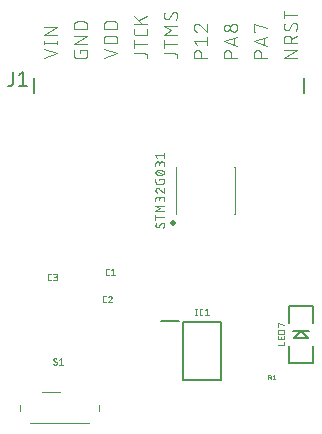
<source format=gbr>
G04 EAGLE Gerber RS-274X export*
G75*
%MOMM*%
%FSLAX34Y34*%
%LPD*%
%INSilkscreen Top*%
%IPPOS*%
%AMOC8*
5,1,8,0,0,1.08239X$1,22.5*%
G01*
%ADD10C,0.076200*%
%ADD11C,0.101600*%
%ADD12C,0.050800*%
%ADD13C,0.200000*%
%ADD14C,0.203200*%
%ADD15C,0.025400*%
%ADD16C,0.100000*%
%ADD17C,0.500000*%
%ADD18C,0.120000*%
%ADD19C,0.127000*%


D10*
X140589Y176826D02*
X140587Y176904D01*
X140582Y176982D01*
X140572Y177059D01*
X140559Y177136D01*
X140543Y177212D01*
X140523Y177287D01*
X140499Y177361D01*
X140472Y177434D01*
X140441Y177506D01*
X140407Y177576D01*
X140370Y177645D01*
X140329Y177711D01*
X140285Y177776D01*
X140239Y177838D01*
X140189Y177898D01*
X140137Y177956D01*
X140082Y178011D01*
X140024Y178063D01*
X139964Y178113D01*
X139902Y178159D01*
X139837Y178203D01*
X139771Y178244D01*
X139702Y178281D01*
X139632Y178315D01*
X139560Y178346D01*
X139487Y178373D01*
X139413Y178397D01*
X139338Y178417D01*
X139262Y178433D01*
X139185Y178446D01*
X139108Y178456D01*
X139030Y178461D01*
X138952Y178463D01*
X140589Y176826D02*
X140587Y176712D01*
X140582Y176599D01*
X140572Y176485D01*
X140559Y176372D01*
X140542Y176260D01*
X140522Y176148D01*
X140498Y176037D01*
X140470Y175926D01*
X140439Y175817D01*
X140404Y175709D01*
X140365Y175602D01*
X140323Y175496D01*
X140278Y175392D01*
X140229Y175289D01*
X140176Y175188D01*
X140121Y175089D01*
X140062Y174991D01*
X140000Y174896D01*
X139935Y174803D01*
X139867Y174711D01*
X139796Y174623D01*
X139722Y174536D01*
X139645Y174452D01*
X139566Y174371D01*
X134860Y174576D02*
X134782Y174578D01*
X134704Y174583D01*
X134627Y174593D01*
X134550Y174606D01*
X134474Y174622D01*
X134399Y174642D01*
X134325Y174666D01*
X134252Y174693D01*
X134180Y174724D01*
X134110Y174758D01*
X134042Y174795D01*
X133975Y174836D01*
X133910Y174880D01*
X133848Y174926D01*
X133788Y174976D01*
X133730Y175028D01*
X133675Y175083D01*
X133623Y175141D01*
X133573Y175201D01*
X133527Y175263D01*
X133483Y175328D01*
X133442Y175395D01*
X133405Y175463D01*
X133371Y175533D01*
X133340Y175605D01*
X133313Y175678D01*
X133289Y175752D01*
X133269Y175827D01*
X133253Y175903D01*
X133240Y175980D01*
X133230Y176057D01*
X133225Y176135D01*
X133223Y176213D01*
X133225Y176323D01*
X133231Y176432D01*
X133241Y176542D01*
X133254Y176650D01*
X133272Y176759D01*
X133293Y176866D01*
X133319Y176973D01*
X133348Y177079D01*
X133380Y177184D01*
X133417Y177287D01*
X133457Y177389D01*
X133501Y177490D01*
X133549Y177589D01*
X133599Y177686D01*
X133654Y177781D01*
X133712Y177874D01*
X133773Y177965D01*
X133837Y178054D01*
X136292Y175394D02*
X136250Y175328D01*
X136206Y175263D01*
X136158Y175201D01*
X136108Y175141D01*
X136055Y175083D01*
X135999Y175028D01*
X135941Y174975D01*
X135880Y174926D01*
X135817Y174879D01*
X135752Y174835D01*
X135685Y174795D01*
X135616Y174758D01*
X135545Y174724D01*
X135473Y174693D01*
X135399Y174666D01*
X135324Y174642D01*
X135249Y174622D01*
X135172Y174606D01*
X135095Y174593D01*
X135017Y174583D01*
X134938Y174578D01*
X134860Y174576D01*
X137519Y177645D02*
X137561Y177712D01*
X137605Y177777D01*
X137653Y177839D01*
X137703Y177899D01*
X137756Y177957D01*
X137812Y178012D01*
X137871Y178064D01*
X137931Y178114D01*
X137995Y178161D01*
X138060Y178204D01*
X138127Y178245D01*
X138196Y178282D01*
X138267Y178316D01*
X138339Y178347D01*
X138413Y178374D01*
X138487Y178398D01*
X138563Y178418D01*
X138640Y178434D01*
X138717Y178447D01*
X138795Y178457D01*
X138874Y178462D01*
X138952Y178464D01*
X137520Y177645D02*
X136292Y175394D01*
X133223Y183001D02*
X140589Y183001D01*
X133223Y180955D02*
X133223Y185047D01*
X133223Y188105D02*
X140589Y188105D01*
X137315Y190560D02*
X133223Y188105D01*
X137315Y190560D02*
X133223Y193015D01*
X140589Y193015D01*
X140589Y196560D02*
X140589Y198607D01*
X140587Y198696D01*
X140581Y198785D01*
X140571Y198874D01*
X140558Y198962D01*
X140541Y199050D01*
X140519Y199137D01*
X140494Y199222D01*
X140466Y199307D01*
X140433Y199390D01*
X140397Y199472D01*
X140358Y199552D01*
X140315Y199630D01*
X140269Y199706D01*
X140219Y199781D01*
X140166Y199853D01*
X140110Y199922D01*
X140051Y199989D01*
X139990Y200054D01*
X139925Y200115D01*
X139858Y200174D01*
X139789Y200230D01*
X139717Y200283D01*
X139642Y200333D01*
X139566Y200379D01*
X139488Y200422D01*
X139408Y200461D01*
X139326Y200497D01*
X139243Y200530D01*
X139158Y200558D01*
X139073Y200583D01*
X138986Y200605D01*
X138898Y200622D01*
X138810Y200635D01*
X138721Y200645D01*
X138632Y200651D01*
X138543Y200653D01*
X138454Y200651D01*
X138365Y200645D01*
X138276Y200635D01*
X138188Y200622D01*
X138100Y200605D01*
X138013Y200583D01*
X137928Y200558D01*
X137843Y200530D01*
X137760Y200497D01*
X137678Y200461D01*
X137598Y200422D01*
X137520Y200379D01*
X137444Y200333D01*
X137369Y200283D01*
X137297Y200230D01*
X137228Y200174D01*
X137161Y200115D01*
X137096Y200054D01*
X137035Y199989D01*
X136976Y199922D01*
X136920Y199853D01*
X136867Y199781D01*
X136817Y199706D01*
X136771Y199630D01*
X136728Y199552D01*
X136689Y199472D01*
X136653Y199390D01*
X136620Y199307D01*
X136592Y199222D01*
X136567Y199137D01*
X136545Y199050D01*
X136528Y198962D01*
X136515Y198874D01*
X136505Y198785D01*
X136499Y198696D01*
X136497Y198607D01*
X133223Y199016D02*
X133223Y196560D01*
X133223Y199016D02*
X133225Y199095D01*
X133231Y199174D01*
X133240Y199253D01*
X133253Y199331D01*
X133271Y199408D01*
X133291Y199484D01*
X133316Y199559D01*
X133344Y199633D01*
X133375Y199706D01*
X133411Y199777D01*
X133449Y199846D01*
X133491Y199913D01*
X133536Y199978D01*
X133584Y200041D01*
X133635Y200102D01*
X133689Y200159D01*
X133745Y200215D01*
X133804Y200267D01*
X133866Y200317D01*
X133930Y200363D01*
X133996Y200407D01*
X134064Y200447D01*
X134134Y200483D01*
X134206Y200517D01*
X134280Y200547D01*
X134354Y200573D01*
X134430Y200596D01*
X134507Y200614D01*
X134584Y200630D01*
X134663Y200641D01*
X134741Y200649D01*
X134820Y200653D01*
X134900Y200653D01*
X134979Y200649D01*
X135057Y200641D01*
X135136Y200630D01*
X135213Y200614D01*
X135290Y200596D01*
X135366Y200573D01*
X135440Y200547D01*
X135514Y200517D01*
X135586Y200483D01*
X135656Y200447D01*
X135724Y200407D01*
X135790Y200363D01*
X135854Y200317D01*
X135916Y200267D01*
X135975Y200215D01*
X136031Y200159D01*
X136085Y200102D01*
X136136Y200041D01*
X136184Y199978D01*
X136229Y199913D01*
X136271Y199846D01*
X136309Y199777D01*
X136345Y199706D01*
X136376Y199633D01*
X136404Y199559D01*
X136429Y199484D01*
X136449Y199408D01*
X136467Y199331D01*
X136480Y199253D01*
X136489Y199174D01*
X136495Y199095D01*
X136497Y199016D01*
X136497Y197379D01*
X133223Y206126D02*
X133225Y206211D01*
X133231Y206296D01*
X133241Y206380D01*
X133254Y206464D01*
X133272Y206548D01*
X133293Y206630D01*
X133318Y206711D01*
X133347Y206791D01*
X133380Y206870D01*
X133416Y206947D01*
X133456Y207022D01*
X133499Y207096D01*
X133545Y207167D01*
X133595Y207236D01*
X133648Y207303D01*
X133704Y207367D01*
X133763Y207428D01*
X133824Y207487D01*
X133888Y207543D01*
X133955Y207596D01*
X134024Y207646D01*
X134095Y207692D01*
X134169Y207735D01*
X134244Y207775D01*
X134321Y207811D01*
X134400Y207844D01*
X134480Y207873D01*
X134561Y207898D01*
X134643Y207919D01*
X134727Y207937D01*
X134811Y207950D01*
X134895Y207960D01*
X134980Y207966D01*
X135065Y207968D01*
X133223Y206126D02*
X133225Y206030D01*
X133231Y205934D01*
X133241Y205839D01*
X133254Y205744D01*
X133272Y205649D01*
X133293Y205556D01*
X133318Y205463D01*
X133347Y205372D01*
X133379Y205281D01*
X133415Y205192D01*
X133455Y205105D01*
X133498Y205019D01*
X133544Y204935D01*
X133594Y204853D01*
X133648Y204773D01*
X133704Y204696D01*
X133764Y204621D01*
X133826Y204548D01*
X133892Y204478D01*
X133960Y204410D01*
X134031Y204345D01*
X134104Y204284D01*
X134180Y204225D01*
X134259Y204169D01*
X134339Y204117D01*
X134422Y204068D01*
X134506Y204022D01*
X134592Y203980D01*
X134680Y203942D01*
X134769Y203907D01*
X134860Y203875D01*
X136497Y207354D02*
X136438Y207414D01*
X136376Y207471D01*
X136312Y207526D01*
X136245Y207577D01*
X136176Y207626D01*
X136106Y207672D01*
X136033Y207715D01*
X135959Y207755D01*
X135883Y207791D01*
X135805Y207824D01*
X135726Y207854D01*
X135646Y207881D01*
X135565Y207904D01*
X135483Y207923D01*
X135401Y207939D01*
X135317Y207952D01*
X135233Y207961D01*
X135149Y207966D01*
X135065Y207968D01*
X136497Y207354D02*
X140589Y203876D01*
X140589Y207968D01*
X136497Y214299D02*
X136497Y215527D01*
X140589Y215527D01*
X140589Y213072D01*
X140587Y212994D01*
X140582Y212916D01*
X140572Y212839D01*
X140559Y212762D01*
X140543Y212686D01*
X140523Y212611D01*
X140499Y212537D01*
X140472Y212464D01*
X140441Y212392D01*
X140407Y212322D01*
X140370Y212254D01*
X140329Y212187D01*
X140285Y212122D01*
X140239Y212060D01*
X140189Y212000D01*
X140137Y211942D01*
X140082Y211887D01*
X140024Y211835D01*
X139964Y211785D01*
X139902Y211739D01*
X139837Y211695D01*
X139771Y211654D01*
X139702Y211617D01*
X139632Y211583D01*
X139560Y211552D01*
X139487Y211525D01*
X139413Y211501D01*
X139338Y211481D01*
X139262Y211465D01*
X139185Y211452D01*
X139108Y211442D01*
X139030Y211437D01*
X138952Y211435D01*
X134860Y211435D01*
X134780Y211437D01*
X134700Y211443D01*
X134620Y211453D01*
X134541Y211466D01*
X134462Y211484D01*
X134385Y211505D01*
X134309Y211531D01*
X134234Y211560D01*
X134160Y211592D01*
X134088Y211628D01*
X134018Y211668D01*
X133951Y211711D01*
X133885Y211757D01*
X133822Y211807D01*
X133761Y211859D01*
X133702Y211914D01*
X133647Y211973D01*
X133595Y212033D01*
X133545Y212097D01*
X133499Y212162D01*
X133456Y212230D01*
X133416Y212300D01*
X133380Y212372D01*
X133348Y212446D01*
X133319Y212520D01*
X133294Y212597D01*
X133272Y212674D01*
X133254Y212753D01*
X133241Y212832D01*
X133231Y212911D01*
X133225Y212992D01*
X133223Y213072D01*
X133223Y215527D01*
X134246Y219608D02*
X134385Y219542D01*
X134524Y219481D01*
X134666Y219422D01*
X134809Y219368D01*
X134953Y219317D01*
X135098Y219269D01*
X135245Y219226D01*
X135393Y219186D01*
X135541Y219149D01*
X135691Y219117D01*
X135841Y219088D01*
X135992Y219063D01*
X136143Y219042D01*
X136295Y219025D01*
X136448Y219011D01*
X136600Y219002D01*
X136753Y218996D01*
X136906Y218994D01*
X134246Y219608D02*
X134176Y219634D01*
X134106Y219664D01*
X134039Y219697D01*
X133973Y219733D01*
X133909Y219772D01*
X133847Y219815D01*
X133788Y219861D01*
X133730Y219909D01*
X133676Y219960D01*
X133623Y220014D01*
X133574Y220071D01*
X133527Y220130D01*
X133484Y220191D01*
X133443Y220254D01*
X133406Y220319D01*
X133371Y220386D01*
X133341Y220455D01*
X133313Y220525D01*
X133290Y220596D01*
X133269Y220668D01*
X133253Y220741D01*
X133240Y220815D01*
X133230Y220890D01*
X133225Y220965D01*
X133223Y221040D01*
X133225Y221115D01*
X133230Y221190D01*
X133240Y221265D01*
X133253Y221339D01*
X133269Y221412D01*
X133290Y221484D01*
X133313Y221555D01*
X133341Y221625D01*
X133371Y221694D01*
X133406Y221761D01*
X133443Y221826D01*
X133484Y221889D01*
X133527Y221950D01*
X133574Y222009D01*
X133623Y222066D01*
X133676Y222120D01*
X133730Y222171D01*
X133788Y222220D01*
X133847Y222265D01*
X133909Y222308D01*
X133973Y222347D01*
X134039Y222384D01*
X134107Y222416D01*
X134176Y222446D01*
X134246Y222472D01*
X134384Y222537D01*
X134524Y222599D01*
X134666Y222657D01*
X134809Y222712D01*
X134953Y222763D01*
X135098Y222811D01*
X135245Y222854D01*
X135392Y222894D01*
X135541Y222931D01*
X135691Y222963D01*
X135841Y222992D01*
X135992Y223017D01*
X136143Y223038D01*
X136295Y223055D01*
X136448Y223069D01*
X136600Y223078D01*
X136753Y223084D01*
X136906Y223086D01*
X136906Y218994D02*
X137059Y218996D01*
X137212Y219002D01*
X137364Y219011D01*
X137517Y219025D01*
X137669Y219042D01*
X137820Y219063D01*
X137971Y219088D01*
X138121Y219117D01*
X138271Y219149D01*
X138419Y219186D01*
X138567Y219226D01*
X138714Y219269D01*
X138859Y219317D01*
X139003Y219368D01*
X139146Y219422D01*
X139288Y219481D01*
X139427Y219542D01*
X139566Y219608D01*
X139637Y219634D01*
X139706Y219664D01*
X139773Y219697D01*
X139839Y219733D01*
X139903Y219772D01*
X139965Y219815D01*
X140024Y219861D01*
X140082Y219909D01*
X140136Y219960D01*
X140189Y220014D01*
X140238Y220071D01*
X140285Y220130D01*
X140328Y220191D01*
X140369Y220254D01*
X140406Y220319D01*
X140441Y220386D01*
X140471Y220455D01*
X140499Y220525D01*
X140522Y220596D01*
X140543Y220668D01*
X140559Y220741D01*
X140572Y220815D01*
X140582Y220890D01*
X140587Y220965D01*
X140589Y221040D01*
X139566Y222472D02*
X139428Y222537D01*
X139288Y222599D01*
X139146Y222657D01*
X139003Y222712D01*
X138859Y222763D01*
X138714Y222811D01*
X138567Y222854D01*
X138420Y222894D01*
X138271Y222931D01*
X138121Y222963D01*
X137971Y222992D01*
X137820Y223017D01*
X137669Y223038D01*
X137517Y223055D01*
X137364Y223069D01*
X137212Y223078D01*
X137059Y223084D01*
X136906Y223086D01*
X139566Y222472D02*
X139636Y222446D01*
X139706Y222416D01*
X139773Y222383D01*
X139839Y222347D01*
X139903Y222308D01*
X139965Y222265D01*
X140024Y222219D01*
X140082Y222171D01*
X140136Y222120D01*
X140189Y222066D01*
X140238Y222009D01*
X140285Y221950D01*
X140328Y221889D01*
X140369Y221826D01*
X140406Y221761D01*
X140441Y221694D01*
X140471Y221625D01*
X140499Y221555D01*
X140522Y221484D01*
X140543Y221412D01*
X140559Y221339D01*
X140572Y221265D01*
X140582Y221190D01*
X140587Y221115D01*
X140589Y221040D01*
X138952Y219403D02*
X134860Y222677D01*
X140589Y226309D02*
X140589Y228355D01*
X140587Y228444D01*
X140581Y228533D01*
X140571Y228622D01*
X140558Y228710D01*
X140541Y228798D01*
X140519Y228885D01*
X140494Y228970D01*
X140466Y229055D01*
X140433Y229138D01*
X140397Y229220D01*
X140358Y229300D01*
X140315Y229378D01*
X140269Y229454D01*
X140219Y229529D01*
X140166Y229601D01*
X140110Y229670D01*
X140051Y229737D01*
X139990Y229802D01*
X139925Y229863D01*
X139858Y229922D01*
X139789Y229978D01*
X139717Y230031D01*
X139642Y230081D01*
X139566Y230127D01*
X139488Y230170D01*
X139408Y230209D01*
X139326Y230245D01*
X139243Y230278D01*
X139158Y230306D01*
X139073Y230331D01*
X138986Y230353D01*
X138898Y230370D01*
X138810Y230383D01*
X138721Y230393D01*
X138632Y230399D01*
X138543Y230401D01*
X138454Y230399D01*
X138365Y230393D01*
X138276Y230383D01*
X138188Y230370D01*
X138100Y230353D01*
X138013Y230331D01*
X137928Y230306D01*
X137843Y230278D01*
X137760Y230245D01*
X137678Y230209D01*
X137598Y230170D01*
X137520Y230127D01*
X137444Y230081D01*
X137369Y230031D01*
X137297Y229978D01*
X137228Y229922D01*
X137161Y229863D01*
X137096Y229802D01*
X137035Y229737D01*
X136976Y229670D01*
X136920Y229601D01*
X136867Y229529D01*
X136817Y229454D01*
X136771Y229378D01*
X136728Y229300D01*
X136689Y229220D01*
X136653Y229138D01*
X136620Y229055D01*
X136592Y228970D01*
X136567Y228885D01*
X136545Y228798D01*
X136528Y228710D01*
X136515Y228622D01*
X136505Y228533D01*
X136499Y228444D01*
X136497Y228355D01*
X133223Y228764D02*
X133223Y226309D01*
X133223Y228764D02*
X133225Y228843D01*
X133231Y228922D01*
X133240Y229001D01*
X133253Y229079D01*
X133271Y229156D01*
X133291Y229232D01*
X133316Y229307D01*
X133344Y229381D01*
X133375Y229454D01*
X133411Y229525D01*
X133449Y229594D01*
X133491Y229661D01*
X133536Y229726D01*
X133584Y229789D01*
X133635Y229850D01*
X133689Y229907D01*
X133745Y229963D01*
X133804Y230015D01*
X133866Y230065D01*
X133930Y230111D01*
X133996Y230155D01*
X134064Y230195D01*
X134134Y230231D01*
X134206Y230265D01*
X134280Y230295D01*
X134354Y230321D01*
X134430Y230344D01*
X134507Y230362D01*
X134584Y230378D01*
X134663Y230389D01*
X134741Y230397D01*
X134820Y230401D01*
X134900Y230401D01*
X134979Y230397D01*
X135057Y230389D01*
X135136Y230378D01*
X135213Y230362D01*
X135290Y230344D01*
X135366Y230321D01*
X135440Y230295D01*
X135514Y230265D01*
X135586Y230231D01*
X135656Y230195D01*
X135724Y230155D01*
X135790Y230111D01*
X135854Y230065D01*
X135916Y230015D01*
X135975Y229963D01*
X136031Y229907D01*
X136085Y229850D01*
X136136Y229789D01*
X136184Y229726D01*
X136229Y229661D01*
X136271Y229594D01*
X136309Y229525D01*
X136345Y229454D01*
X136376Y229381D01*
X136404Y229307D01*
X136429Y229232D01*
X136449Y229156D01*
X136467Y229079D01*
X136480Y229001D01*
X136489Y228922D01*
X136495Y228843D01*
X136497Y228764D01*
X136497Y227127D01*
X134860Y233624D02*
X133223Y235670D01*
X140589Y235670D01*
X140589Y233624D02*
X140589Y237716D01*
D11*
X50292Y321903D02*
X38608Y318008D01*
X38608Y325797D02*
X50292Y321903D01*
X50292Y331047D02*
X38608Y331047D01*
X50292Y329748D02*
X50292Y332345D01*
X38608Y332345D02*
X38608Y329748D01*
X38608Y337326D02*
X50292Y337326D01*
X50292Y343817D02*
X38608Y337326D01*
X38608Y343817D02*
X50292Y343817D01*
X69201Y324499D02*
X69201Y322552D01*
X69201Y324499D02*
X75692Y324499D01*
X75692Y320604D01*
X75690Y320505D01*
X75684Y320405D01*
X75675Y320306D01*
X75662Y320208D01*
X75645Y320110D01*
X75624Y320012D01*
X75599Y319916D01*
X75571Y319821D01*
X75539Y319727D01*
X75504Y319634D01*
X75465Y319542D01*
X75422Y319452D01*
X75377Y319364D01*
X75327Y319277D01*
X75275Y319193D01*
X75219Y319110D01*
X75161Y319030D01*
X75099Y318952D01*
X75034Y318877D01*
X74966Y318804D01*
X74896Y318734D01*
X74823Y318666D01*
X74748Y318601D01*
X74670Y318539D01*
X74590Y318481D01*
X74507Y318425D01*
X74423Y318373D01*
X74336Y318323D01*
X74248Y318278D01*
X74158Y318235D01*
X74066Y318196D01*
X73973Y318161D01*
X73879Y318129D01*
X73784Y318101D01*
X73688Y318076D01*
X73590Y318055D01*
X73492Y318038D01*
X73394Y318025D01*
X73295Y318016D01*
X73195Y318010D01*
X73096Y318008D01*
X66604Y318008D01*
X66505Y318010D01*
X66405Y318016D01*
X66306Y318025D01*
X66208Y318038D01*
X66110Y318056D01*
X66012Y318076D01*
X65916Y318101D01*
X65820Y318129D01*
X65726Y318161D01*
X65633Y318196D01*
X65542Y318235D01*
X65452Y318278D01*
X65363Y318323D01*
X65277Y318373D01*
X65192Y318425D01*
X65110Y318481D01*
X65030Y318540D01*
X64952Y318601D01*
X64876Y318666D01*
X64803Y318734D01*
X64733Y318804D01*
X64665Y318877D01*
X64600Y318953D01*
X64539Y319031D01*
X64480Y319111D01*
X64424Y319193D01*
X64372Y319278D01*
X64323Y319364D01*
X64277Y319453D01*
X64234Y319543D01*
X64195Y319634D01*
X64160Y319727D01*
X64128Y319821D01*
X64100Y319917D01*
X64075Y320013D01*
X64055Y320111D01*
X64037Y320209D01*
X64024Y320307D01*
X64015Y320406D01*
X64009Y320505D01*
X64007Y320605D01*
X64008Y320604D02*
X64008Y324499D01*
X64008Y330200D02*
X75692Y330200D01*
X75692Y336691D02*
X64008Y330200D01*
X64008Y336691D02*
X75692Y336691D01*
X75692Y342392D02*
X64008Y342392D01*
X64008Y345637D01*
X64010Y345750D01*
X64016Y345863D01*
X64026Y345976D01*
X64040Y346089D01*
X64057Y346201D01*
X64079Y346312D01*
X64104Y346422D01*
X64134Y346532D01*
X64167Y346640D01*
X64204Y346747D01*
X64244Y346853D01*
X64289Y346957D01*
X64337Y347060D01*
X64388Y347161D01*
X64443Y347260D01*
X64501Y347357D01*
X64563Y347452D01*
X64628Y347545D01*
X64696Y347635D01*
X64767Y347723D01*
X64842Y347809D01*
X64919Y347892D01*
X64999Y347972D01*
X65082Y348049D01*
X65168Y348124D01*
X65256Y348195D01*
X65346Y348263D01*
X65439Y348328D01*
X65534Y348390D01*
X65631Y348448D01*
X65730Y348503D01*
X65831Y348554D01*
X65934Y348602D01*
X66038Y348647D01*
X66144Y348687D01*
X66251Y348724D01*
X66359Y348757D01*
X66469Y348787D01*
X66579Y348812D01*
X66690Y348834D01*
X66802Y348851D01*
X66915Y348865D01*
X67028Y348875D01*
X67141Y348881D01*
X67254Y348883D01*
X72446Y348883D01*
X72446Y348884D02*
X72559Y348882D01*
X72672Y348876D01*
X72785Y348866D01*
X72898Y348852D01*
X73010Y348835D01*
X73121Y348813D01*
X73231Y348788D01*
X73341Y348758D01*
X73449Y348725D01*
X73556Y348688D01*
X73662Y348648D01*
X73766Y348603D01*
X73869Y348555D01*
X73970Y348504D01*
X74069Y348449D01*
X74166Y348391D01*
X74261Y348329D01*
X74354Y348264D01*
X74444Y348196D01*
X74532Y348125D01*
X74618Y348050D01*
X74701Y347973D01*
X74781Y347893D01*
X74858Y347810D01*
X74933Y347724D01*
X75004Y347636D01*
X75072Y347546D01*
X75137Y347453D01*
X75199Y347358D01*
X75257Y347261D01*
X75312Y347162D01*
X75363Y347061D01*
X75411Y346958D01*
X75456Y346854D01*
X75496Y346748D01*
X75533Y346641D01*
X75566Y346533D01*
X75596Y346423D01*
X75621Y346313D01*
X75643Y346202D01*
X75660Y346090D01*
X75674Y345977D01*
X75684Y345864D01*
X75690Y345751D01*
X75692Y345638D01*
X75692Y345637D02*
X75692Y342392D01*
X89408Y318008D02*
X101092Y321903D01*
X89408Y325797D01*
X89408Y330468D02*
X101092Y330468D01*
X89408Y330468D02*
X89408Y333714D01*
X89410Y333827D01*
X89416Y333940D01*
X89426Y334053D01*
X89440Y334166D01*
X89457Y334278D01*
X89479Y334389D01*
X89504Y334499D01*
X89534Y334609D01*
X89567Y334717D01*
X89604Y334824D01*
X89644Y334930D01*
X89689Y335034D01*
X89737Y335137D01*
X89788Y335238D01*
X89843Y335337D01*
X89901Y335434D01*
X89963Y335529D01*
X90028Y335622D01*
X90096Y335712D01*
X90167Y335800D01*
X90242Y335886D01*
X90319Y335969D01*
X90399Y336049D01*
X90482Y336126D01*
X90568Y336201D01*
X90656Y336272D01*
X90746Y336340D01*
X90839Y336405D01*
X90934Y336467D01*
X91031Y336525D01*
X91130Y336580D01*
X91231Y336631D01*
X91334Y336679D01*
X91438Y336724D01*
X91544Y336764D01*
X91651Y336801D01*
X91759Y336834D01*
X91869Y336864D01*
X91979Y336889D01*
X92090Y336911D01*
X92202Y336928D01*
X92315Y336942D01*
X92428Y336952D01*
X92541Y336958D01*
X92654Y336960D01*
X92654Y336959D02*
X97846Y336959D01*
X97846Y336960D02*
X97959Y336958D01*
X98072Y336952D01*
X98185Y336942D01*
X98298Y336928D01*
X98410Y336911D01*
X98521Y336889D01*
X98631Y336864D01*
X98741Y336834D01*
X98849Y336801D01*
X98956Y336764D01*
X99062Y336724D01*
X99166Y336679D01*
X99269Y336631D01*
X99370Y336580D01*
X99469Y336525D01*
X99566Y336467D01*
X99661Y336405D01*
X99754Y336340D01*
X99844Y336272D01*
X99932Y336201D01*
X100018Y336126D01*
X100101Y336049D01*
X100181Y335969D01*
X100258Y335886D01*
X100333Y335800D01*
X100404Y335712D01*
X100472Y335622D01*
X100537Y335529D01*
X100599Y335434D01*
X100657Y335337D01*
X100712Y335238D01*
X100763Y335137D01*
X100811Y335034D01*
X100856Y334930D01*
X100896Y334824D01*
X100933Y334717D01*
X100966Y334609D01*
X100996Y334499D01*
X101021Y334389D01*
X101043Y334278D01*
X101060Y334166D01*
X101074Y334053D01*
X101084Y333940D01*
X101090Y333827D01*
X101092Y333714D01*
X101092Y330468D01*
X101092Y342660D02*
X89408Y342660D01*
X89408Y345906D01*
X89410Y346019D01*
X89416Y346132D01*
X89426Y346245D01*
X89440Y346358D01*
X89457Y346470D01*
X89479Y346581D01*
X89504Y346691D01*
X89534Y346801D01*
X89567Y346909D01*
X89604Y347016D01*
X89644Y347122D01*
X89689Y347226D01*
X89737Y347329D01*
X89788Y347430D01*
X89843Y347529D01*
X89901Y347626D01*
X89963Y347721D01*
X90028Y347814D01*
X90096Y347904D01*
X90167Y347992D01*
X90242Y348078D01*
X90319Y348161D01*
X90399Y348241D01*
X90482Y348318D01*
X90568Y348393D01*
X90656Y348464D01*
X90746Y348532D01*
X90839Y348597D01*
X90934Y348659D01*
X91031Y348717D01*
X91130Y348772D01*
X91231Y348823D01*
X91334Y348871D01*
X91438Y348916D01*
X91544Y348956D01*
X91651Y348993D01*
X91759Y349026D01*
X91869Y349056D01*
X91979Y349081D01*
X92090Y349103D01*
X92202Y349120D01*
X92315Y349134D01*
X92428Y349144D01*
X92541Y349150D01*
X92654Y349152D01*
X92654Y349151D02*
X97846Y349151D01*
X97846Y349152D02*
X97959Y349150D01*
X98072Y349144D01*
X98185Y349134D01*
X98298Y349120D01*
X98410Y349103D01*
X98521Y349081D01*
X98631Y349056D01*
X98741Y349026D01*
X98849Y348993D01*
X98956Y348956D01*
X99062Y348916D01*
X99166Y348871D01*
X99269Y348823D01*
X99370Y348772D01*
X99469Y348717D01*
X99566Y348659D01*
X99661Y348597D01*
X99754Y348532D01*
X99844Y348464D01*
X99932Y348393D01*
X100018Y348318D01*
X100101Y348241D01*
X100181Y348161D01*
X100258Y348078D01*
X100333Y347992D01*
X100404Y347904D01*
X100472Y347814D01*
X100537Y347721D01*
X100599Y347626D01*
X100657Y347529D01*
X100712Y347430D01*
X100763Y347329D01*
X100811Y347226D01*
X100856Y347122D01*
X100896Y347016D01*
X100933Y346909D01*
X100966Y346801D01*
X100996Y346691D01*
X101021Y346581D01*
X101043Y346470D01*
X101060Y346358D01*
X101074Y346245D01*
X101084Y346132D01*
X101090Y346019D01*
X101092Y345906D01*
X101092Y342660D01*
X114808Y321903D02*
X123896Y321903D01*
X123896Y321902D02*
X123995Y321900D01*
X124095Y321894D01*
X124194Y321885D01*
X124292Y321872D01*
X124390Y321855D01*
X124488Y321834D01*
X124584Y321809D01*
X124679Y321781D01*
X124773Y321749D01*
X124866Y321714D01*
X124958Y321675D01*
X125048Y321632D01*
X125136Y321587D01*
X125223Y321537D01*
X125307Y321485D01*
X125390Y321429D01*
X125470Y321371D01*
X125548Y321309D01*
X125623Y321244D01*
X125696Y321176D01*
X125766Y321106D01*
X125834Y321033D01*
X125899Y320958D01*
X125961Y320880D01*
X126019Y320800D01*
X126075Y320717D01*
X126127Y320633D01*
X126177Y320546D01*
X126222Y320458D01*
X126265Y320368D01*
X126304Y320276D01*
X126339Y320183D01*
X126371Y320089D01*
X126399Y319994D01*
X126424Y319898D01*
X126445Y319800D01*
X126462Y319702D01*
X126475Y319604D01*
X126484Y319505D01*
X126490Y319405D01*
X126492Y319306D01*
X126492Y318008D01*
X126492Y329660D02*
X114808Y329660D01*
X114808Y332905D02*
X114808Y326414D01*
X126492Y339645D02*
X126492Y342242D01*
X126492Y339645D02*
X126490Y339546D01*
X126484Y339446D01*
X126475Y339347D01*
X126462Y339249D01*
X126445Y339151D01*
X126424Y339053D01*
X126399Y338957D01*
X126371Y338862D01*
X126339Y338768D01*
X126304Y338675D01*
X126265Y338583D01*
X126222Y338493D01*
X126177Y338405D01*
X126127Y338318D01*
X126075Y338234D01*
X126019Y338151D01*
X125961Y338071D01*
X125899Y337993D01*
X125834Y337918D01*
X125766Y337845D01*
X125696Y337775D01*
X125623Y337707D01*
X125548Y337642D01*
X125470Y337580D01*
X125390Y337522D01*
X125307Y337466D01*
X125223Y337414D01*
X125136Y337364D01*
X125048Y337319D01*
X124958Y337276D01*
X124866Y337237D01*
X124773Y337202D01*
X124679Y337170D01*
X124584Y337142D01*
X124488Y337117D01*
X124390Y337096D01*
X124292Y337079D01*
X124194Y337066D01*
X124095Y337057D01*
X123995Y337051D01*
X123896Y337049D01*
X117404Y337049D01*
X117404Y337048D02*
X117305Y337050D01*
X117205Y337056D01*
X117106Y337065D01*
X117008Y337078D01*
X116910Y337096D01*
X116812Y337116D01*
X116716Y337141D01*
X116620Y337169D01*
X116526Y337201D01*
X116433Y337236D01*
X116342Y337275D01*
X116252Y337318D01*
X116163Y337363D01*
X116077Y337413D01*
X115992Y337465D01*
X115910Y337521D01*
X115830Y337580D01*
X115752Y337641D01*
X115676Y337706D01*
X115603Y337774D01*
X115533Y337844D01*
X115465Y337917D01*
X115400Y337993D01*
X115339Y338071D01*
X115280Y338151D01*
X115224Y338233D01*
X115172Y338318D01*
X115123Y338404D01*
X115077Y338493D01*
X115034Y338583D01*
X114995Y338674D01*
X114960Y338767D01*
X114928Y338861D01*
X114900Y338957D01*
X114875Y339053D01*
X114855Y339151D01*
X114837Y339249D01*
X114824Y339347D01*
X114815Y339446D01*
X114809Y339545D01*
X114807Y339645D01*
X114808Y339645D02*
X114808Y342242D01*
X114808Y347157D02*
X126492Y347157D01*
X121948Y347157D02*
X114808Y353648D01*
X119352Y349754D02*
X126492Y353648D01*
X140208Y321903D02*
X149296Y321903D01*
X149296Y321902D02*
X149395Y321900D01*
X149495Y321894D01*
X149594Y321885D01*
X149692Y321872D01*
X149790Y321855D01*
X149888Y321834D01*
X149984Y321809D01*
X150079Y321781D01*
X150173Y321749D01*
X150266Y321714D01*
X150358Y321675D01*
X150448Y321632D01*
X150536Y321587D01*
X150623Y321537D01*
X150707Y321485D01*
X150790Y321429D01*
X150870Y321371D01*
X150948Y321309D01*
X151023Y321244D01*
X151096Y321176D01*
X151166Y321106D01*
X151234Y321033D01*
X151299Y320958D01*
X151361Y320880D01*
X151419Y320800D01*
X151475Y320717D01*
X151527Y320633D01*
X151577Y320546D01*
X151622Y320458D01*
X151665Y320368D01*
X151704Y320276D01*
X151739Y320183D01*
X151771Y320089D01*
X151799Y319994D01*
X151824Y319898D01*
X151845Y319800D01*
X151862Y319702D01*
X151875Y319604D01*
X151884Y319505D01*
X151890Y319405D01*
X151892Y319306D01*
X151892Y318008D01*
X151892Y329660D02*
X140208Y329660D01*
X140208Y332905D02*
X140208Y326414D01*
X140208Y337576D02*
X151892Y337576D01*
X146699Y341471D02*
X140208Y337576D01*
X146699Y341471D02*
X140208Y345365D01*
X151892Y345365D01*
X151892Y354312D02*
X151890Y354411D01*
X151884Y354511D01*
X151875Y354610D01*
X151862Y354708D01*
X151845Y354806D01*
X151824Y354904D01*
X151799Y355000D01*
X151771Y355095D01*
X151739Y355189D01*
X151704Y355282D01*
X151665Y355374D01*
X151622Y355464D01*
X151577Y355552D01*
X151527Y355639D01*
X151475Y355723D01*
X151419Y355806D01*
X151361Y355886D01*
X151299Y355964D01*
X151234Y356039D01*
X151166Y356112D01*
X151096Y356182D01*
X151023Y356250D01*
X150948Y356315D01*
X150870Y356377D01*
X150790Y356435D01*
X150707Y356491D01*
X150623Y356543D01*
X150536Y356593D01*
X150448Y356638D01*
X150358Y356681D01*
X150266Y356720D01*
X150173Y356755D01*
X150079Y356787D01*
X149984Y356815D01*
X149888Y356840D01*
X149790Y356861D01*
X149692Y356878D01*
X149594Y356891D01*
X149495Y356900D01*
X149395Y356906D01*
X149296Y356908D01*
X151892Y354312D02*
X151890Y354168D01*
X151884Y354023D01*
X151875Y353879D01*
X151862Y353736D01*
X151845Y353592D01*
X151824Y353449D01*
X151799Y353307D01*
X151771Y353166D01*
X151739Y353025D01*
X151703Y352885D01*
X151664Y352746D01*
X151621Y352608D01*
X151574Y352472D01*
X151524Y352336D01*
X151470Y352202D01*
X151413Y352070D01*
X151352Y351939D01*
X151288Y351810D01*
X151220Y351682D01*
X151150Y351556D01*
X151075Y351432D01*
X150998Y351311D01*
X150917Y351191D01*
X150834Y351073D01*
X150747Y350958D01*
X150657Y350845D01*
X150564Y350734D01*
X150469Y350626D01*
X150370Y350520D01*
X150269Y350417D01*
X142804Y350742D02*
X142705Y350744D01*
X142605Y350750D01*
X142506Y350759D01*
X142408Y350772D01*
X142310Y350789D01*
X142212Y350810D01*
X142116Y350835D01*
X142021Y350863D01*
X141927Y350895D01*
X141834Y350930D01*
X141742Y350969D01*
X141652Y351012D01*
X141564Y351057D01*
X141477Y351107D01*
X141393Y351159D01*
X141310Y351215D01*
X141230Y351273D01*
X141152Y351335D01*
X141077Y351400D01*
X141004Y351468D01*
X140934Y351538D01*
X140866Y351611D01*
X140801Y351686D01*
X140739Y351764D01*
X140681Y351844D01*
X140625Y351927D01*
X140573Y352011D01*
X140523Y352098D01*
X140478Y352186D01*
X140435Y352276D01*
X140396Y352368D01*
X140361Y352461D01*
X140329Y352555D01*
X140301Y352650D01*
X140276Y352746D01*
X140255Y352844D01*
X140238Y352942D01*
X140225Y353040D01*
X140216Y353139D01*
X140210Y353239D01*
X140208Y353338D01*
X140210Y353474D01*
X140216Y353610D01*
X140225Y353746D01*
X140238Y353882D01*
X140256Y354017D01*
X140276Y354151D01*
X140301Y354285D01*
X140329Y354419D01*
X140362Y354551D01*
X140397Y354682D01*
X140437Y354813D01*
X140480Y354942D01*
X140526Y355070D01*
X140577Y355196D01*
X140630Y355322D01*
X140688Y355445D01*
X140748Y355567D01*
X140812Y355687D01*
X140880Y355806D01*
X140950Y355922D01*
X141024Y356036D01*
X141101Y356149D01*
X141182Y356259D01*
X145076Y352040D02*
X145023Y351954D01*
X144966Y351870D01*
X144907Y351788D01*
X144844Y351708D01*
X144778Y351631D01*
X144710Y351556D01*
X144638Y351484D01*
X144564Y351415D01*
X144487Y351349D01*
X144408Y351286D01*
X144326Y351226D01*
X144242Y351169D01*
X144156Y351115D01*
X144068Y351065D01*
X143978Y351018D01*
X143887Y350974D01*
X143793Y350935D01*
X143699Y350898D01*
X143603Y350866D01*
X143505Y350837D01*
X143407Y350812D01*
X143308Y350791D01*
X143208Y350773D01*
X143108Y350760D01*
X143007Y350750D01*
X142905Y350744D01*
X142804Y350742D01*
X147024Y355610D02*
X147077Y355696D01*
X147134Y355780D01*
X147193Y355862D01*
X147256Y355942D01*
X147322Y356019D01*
X147390Y356094D01*
X147462Y356166D01*
X147536Y356235D01*
X147613Y356301D01*
X147692Y356364D01*
X147774Y356424D01*
X147858Y356481D01*
X147944Y356535D01*
X148032Y356585D01*
X148122Y356632D01*
X148213Y356676D01*
X148307Y356715D01*
X148401Y356752D01*
X148497Y356784D01*
X148595Y356813D01*
X148693Y356838D01*
X148792Y356859D01*
X148892Y356877D01*
X148992Y356890D01*
X149093Y356900D01*
X149195Y356906D01*
X149296Y356908D01*
X147024Y355610D02*
X145076Y352040D01*
X165608Y318008D02*
X177292Y318008D01*
X165608Y318008D02*
X165608Y321254D01*
X165610Y321367D01*
X165616Y321480D01*
X165626Y321593D01*
X165640Y321706D01*
X165657Y321818D01*
X165679Y321929D01*
X165704Y322039D01*
X165734Y322149D01*
X165767Y322257D01*
X165804Y322364D01*
X165844Y322470D01*
X165889Y322574D01*
X165937Y322677D01*
X165988Y322778D01*
X166043Y322877D01*
X166101Y322974D01*
X166163Y323069D01*
X166228Y323162D01*
X166296Y323252D01*
X166367Y323340D01*
X166442Y323426D01*
X166519Y323509D01*
X166599Y323589D01*
X166682Y323666D01*
X166768Y323741D01*
X166856Y323812D01*
X166946Y323880D01*
X167039Y323945D01*
X167134Y324007D01*
X167231Y324065D01*
X167330Y324120D01*
X167431Y324171D01*
X167534Y324219D01*
X167638Y324264D01*
X167744Y324304D01*
X167851Y324341D01*
X167959Y324374D01*
X168069Y324404D01*
X168179Y324429D01*
X168290Y324451D01*
X168402Y324468D01*
X168515Y324482D01*
X168628Y324492D01*
X168741Y324498D01*
X168854Y324500D01*
X168967Y324498D01*
X169080Y324492D01*
X169193Y324482D01*
X169306Y324468D01*
X169418Y324451D01*
X169529Y324429D01*
X169639Y324404D01*
X169749Y324374D01*
X169857Y324341D01*
X169964Y324304D01*
X170070Y324264D01*
X170174Y324219D01*
X170277Y324171D01*
X170378Y324120D01*
X170477Y324065D01*
X170574Y324007D01*
X170669Y323945D01*
X170762Y323880D01*
X170852Y323812D01*
X170940Y323741D01*
X171026Y323666D01*
X171109Y323589D01*
X171189Y323509D01*
X171266Y323426D01*
X171341Y323340D01*
X171412Y323252D01*
X171480Y323162D01*
X171545Y323069D01*
X171607Y322974D01*
X171665Y322877D01*
X171720Y322778D01*
X171771Y322677D01*
X171819Y322574D01*
X171864Y322470D01*
X171904Y322364D01*
X171941Y322257D01*
X171974Y322149D01*
X172004Y322039D01*
X172029Y321929D01*
X172051Y321818D01*
X172068Y321706D01*
X172082Y321593D01*
X172092Y321480D01*
X172098Y321367D01*
X172100Y321254D01*
X172099Y321254D02*
X172099Y318008D01*
X168204Y328888D02*
X165608Y332133D01*
X177292Y332133D01*
X177292Y328888D02*
X177292Y335379D01*
X168529Y346809D02*
X168422Y346807D01*
X168316Y346801D01*
X168210Y346791D01*
X168104Y346778D01*
X167998Y346760D01*
X167894Y346739D01*
X167790Y346714D01*
X167687Y346685D01*
X167586Y346653D01*
X167486Y346616D01*
X167387Y346576D01*
X167289Y346533D01*
X167193Y346486D01*
X167099Y346435D01*
X167007Y346381D01*
X166917Y346324D01*
X166829Y346264D01*
X166744Y346200D01*
X166661Y346133D01*
X166580Y346063D01*
X166502Y345991D01*
X166426Y345915D01*
X166354Y345837D01*
X166284Y345756D01*
X166217Y345673D01*
X166153Y345588D01*
X166093Y345500D01*
X166036Y345410D01*
X165982Y345318D01*
X165931Y345224D01*
X165884Y345128D01*
X165841Y345030D01*
X165801Y344931D01*
X165764Y344831D01*
X165732Y344730D01*
X165703Y344627D01*
X165678Y344523D01*
X165657Y344419D01*
X165639Y344313D01*
X165626Y344207D01*
X165616Y344101D01*
X165610Y343995D01*
X165608Y343888D01*
X165610Y343767D01*
X165616Y343646D01*
X165626Y343526D01*
X165639Y343405D01*
X165657Y343286D01*
X165678Y343166D01*
X165703Y343048D01*
X165732Y342931D01*
X165765Y342814D01*
X165801Y342699D01*
X165842Y342585D01*
X165885Y342472D01*
X165933Y342360D01*
X165984Y342251D01*
X166039Y342143D01*
X166097Y342036D01*
X166158Y341932D01*
X166223Y341830D01*
X166291Y341730D01*
X166362Y341632D01*
X166436Y341536D01*
X166513Y341443D01*
X166594Y341353D01*
X166677Y341265D01*
X166763Y341180D01*
X166852Y341097D01*
X166943Y341018D01*
X167037Y340941D01*
X167133Y340868D01*
X167231Y340798D01*
X167332Y340731D01*
X167435Y340667D01*
X167540Y340607D01*
X167647Y340549D01*
X167755Y340496D01*
X167865Y340446D01*
X167977Y340400D01*
X168090Y340357D01*
X168205Y340318D01*
X170801Y345834D02*
X170723Y345913D01*
X170643Y345989D01*
X170560Y346062D01*
X170474Y346132D01*
X170387Y346199D01*
X170296Y346263D01*
X170204Y346323D01*
X170110Y346381D01*
X170013Y346435D01*
X169915Y346485D01*
X169815Y346532D01*
X169714Y346576D01*
X169611Y346616D01*
X169506Y346652D01*
X169401Y346684D01*
X169294Y346713D01*
X169187Y346738D01*
X169078Y346760D01*
X168969Y346777D01*
X168860Y346791D01*
X168750Y346800D01*
X168639Y346806D01*
X168529Y346808D01*
X170801Y345835D02*
X177292Y340318D01*
X177292Y346809D01*
X191008Y318008D02*
X202692Y318008D01*
X191008Y318008D02*
X191008Y321254D01*
X191010Y321367D01*
X191016Y321480D01*
X191026Y321593D01*
X191040Y321706D01*
X191057Y321818D01*
X191079Y321929D01*
X191104Y322039D01*
X191134Y322149D01*
X191167Y322257D01*
X191204Y322364D01*
X191244Y322470D01*
X191289Y322574D01*
X191337Y322677D01*
X191388Y322778D01*
X191443Y322877D01*
X191501Y322974D01*
X191563Y323069D01*
X191628Y323162D01*
X191696Y323252D01*
X191767Y323340D01*
X191842Y323426D01*
X191919Y323509D01*
X191999Y323589D01*
X192082Y323666D01*
X192168Y323741D01*
X192256Y323812D01*
X192346Y323880D01*
X192439Y323945D01*
X192534Y324007D01*
X192631Y324065D01*
X192730Y324120D01*
X192831Y324171D01*
X192934Y324219D01*
X193038Y324264D01*
X193144Y324304D01*
X193251Y324341D01*
X193359Y324374D01*
X193469Y324404D01*
X193579Y324429D01*
X193690Y324451D01*
X193802Y324468D01*
X193915Y324482D01*
X194028Y324492D01*
X194141Y324498D01*
X194254Y324500D01*
X194367Y324498D01*
X194480Y324492D01*
X194593Y324482D01*
X194706Y324468D01*
X194818Y324451D01*
X194929Y324429D01*
X195039Y324404D01*
X195149Y324374D01*
X195257Y324341D01*
X195364Y324304D01*
X195470Y324264D01*
X195574Y324219D01*
X195677Y324171D01*
X195778Y324120D01*
X195877Y324065D01*
X195974Y324007D01*
X196069Y323945D01*
X196162Y323880D01*
X196252Y323812D01*
X196340Y323741D01*
X196426Y323666D01*
X196509Y323589D01*
X196589Y323509D01*
X196666Y323426D01*
X196741Y323340D01*
X196812Y323252D01*
X196880Y323162D01*
X196945Y323069D01*
X197007Y322974D01*
X197065Y322877D01*
X197120Y322778D01*
X197171Y322677D01*
X197219Y322574D01*
X197264Y322470D01*
X197304Y322364D01*
X197341Y322257D01*
X197374Y322149D01*
X197404Y322039D01*
X197429Y321929D01*
X197451Y321818D01*
X197468Y321706D01*
X197482Y321593D01*
X197492Y321480D01*
X197498Y321367D01*
X197500Y321254D01*
X197499Y321254D02*
X197499Y318008D01*
X202692Y328239D02*
X191008Y332133D01*
X202692Y336028D01*
X199771Y335054D02*
X199771Y329212D01*
X199446Y340317D02*
X199333Y340319D01*
X199220Y340325D01*
X199107Y340335D01*
X198994Y340349D01*
X198882Y340366D01*
X198771Y340388D01*
X198661Y340413D01*
X198551Y340443D01*
X198443Y340476D01*
X198336Y340513D01*
X198230Y340553D01*
X198126Y340598D01*
X198023Y340646D01*
X197922Y340697D01*
X197823Y340752D01*
X197726Y340810D01*
X197631Y340872D01*
X197538Y340937D01*
X197448Y341005D01*
X197360Y341076D01*
X197274Y341151D01*
X197191Y341228D01*
X197111Y341308D01*
X197034Y341391D01*
X196959Y341477D01*
X196888Y341565D01*
X196820Y341655D01*
X196755Y341748D01*
X196693Y341843D01*
X196635Y341940D01*
X196580Y342039D01*
X196529Y342140D01*
X196481Y342243D01*
X196436Y342347D01*
X196396Y342453D01*
X196359Y342560D01*
X196326Y342668D01*
X196296Y342778D01*
X196271Y342888D01*
X196249Y342999D01*
X196232Y343111D01*
X196218Y343224D01*
X196208Y343337D01*
X196202Y343450D01*
X196200Y343563D01*
X196202Y343676D01*
X196208Y343789D01*
X196218Y343902D01*
X196232Y344015D01*
X196249Y344127D01*
X196271Y344238D01*
X196296Y344348D01*
X196326Y344458D01*
X196359Y344566D01*
X196396Y344673D01*
X196436Y344779D01*
X196481Y344883D01*
X196529Y344986D01*
X196580Y345087D01*
X196635Y345186D01*
X196693Y345283D01*
X196755Y345378D01*
X196820Y345471D01*
X196888Y345561D01*
X196959Y345649D01*
X197034Y345735D01*
X197111Y345818D01*
X197191Y345898D01*
X197274Y345975D01*
X197360Y346050D01*
X197448Y346121D01*
X197538Y346189D01*
X197631Y346254D01*
X197726Y346316D01*
X197823Y346374D01*
X197922Y346429D01*
X198023Y346480D01*
X198126Y346528D01*
X198230Y346573D01*
X198336Y346613D01*
X198443Y346650D01*
X198551Y346683D01*
X198661Y346713D01*
X198771Y346738D01*
X198882Y346760D01*
X198994Y346777D01*
X199107Y346791D01*
X199220Y346801D01*
X199333Y346807D01*
X199446Y346809D01*
X199559Y346807D01*
X199672Y346801D01*
X199785Y346791D01*
X199898Y346777D01*
X200010Y346760D01*
X200121Y346738D01*
X200231Y346713D01*
X200341Y346683D01*
X200449Y346650D01*
X200556Y346613D01*
X200662Y346573D01*
X200766Y346528D01*
X200869Y346480D01*
X200970Y346429D01*
X201069Y346374D01*
X201166Y346316D01*
X201261Y346254D01*
X201354Y346189D01*
X201444Y346121D01*
X201532Y346050D01*
X201618Y345975D01*
X201701Y345898D01*
X201781Y345818D01*
X201858Y345735D01*
X201933Y345649D01*
X202004Y345561D01*
X202072Y345471D01*
X202137Y345378D01*
X202199Y345283D01*
X202257Y345186D01*
X202312Y345087D01*
X202363Y344986D01*
X202411Y344883D01*
X202456Y344779D01*
X202496Y344673D01*
X202533Y344566D01*
X202566Y344458D01*
X202596Y344348D01*
X202621Y344238D01*
X202643Y344127D01*
X202660Y344015D01*
X202674Y343902D01*
X202684Y343789D01*
X202690Y343676D01*
X202692Y343563D01*
X202690Y343450D01*
X202684Y343337D01*
X202674Y343224D01*
X202660Y343111D01*
X202643Y342999D01*
X202621Y342888D01*
X202596Y342778D01*
X202566Y342668D01*
X202533Y342560D01*
X202496Y342453D01*
X202456Y342347D01*
X202411Y342243D01*
X202363Y342140D01*
X202312Y342039D01*
X202257Y341940D01*
X202199Y341843D01*
X202137Y341748D01*
X202072Y341655D01*
X202004Y341565D01*
X201933Y341477D01*
X201858Y341391D01*
X201781Y341308D01*
X201701Y341228D01*
X201618Y341151D01*
X201532Y341076D01*
X201444Y341005D01*
X201354Y340937D01*
X201261Y340872D01*
X201166Y340810D01*
X201069Y340752D01*
X200970Y340697D01*
X200869Y340646D01*
X200766Y340598D01*
X200662Y340553D01*
X200556Y340513D01*
X200449Y340476D01*
X200341Y340443D01*
X200231Y340413D01*
X200121Y340388D01*
X200010Y340366D01*
X199898Y340349D01*
X199785Y340335D01*
X199672Y340325D01*
X199559Y340319D01*
X199446Y340317D01*
X193604Y340967D02*
X193503Y340969D01*
X193403Y340975D01*
X193303Y340985D01*
X193203Y340998D01*
X193104Y341016D01*
X193005Y341037D01*
X192908Y341062D01*
X192811Y341091D01*
X192716Y341124D01*
X192622Y341160D01*
X192530Y341200D01*
X192439Y341243D01*
X192350Y341290D01*
X192263Y341340D01*
X192177Y341394D01*
X192094Y341451D01*
X192014Y341511D01*
X191935Y341574D01*
X191859Y341641D01*
X191786Y341710D01*
X191716Y341782D01*
X191648Y341856D01*
X191583Y341933D01*
X191522Y342013D01*
X191463Y342095D01*
X191408Y342179D01*
X191356Y342265D01*
X191307Y342353D01*
X191262Y342443D01*
X191220Y342535D01*
X191182Y342628D01*
X191148Y342723D01*
X191117Y342818D01*
X191090Y342915D01*
X191067Y343013D01*
X191047Y343112D01*
X191032Y343212D01*
X191020Y343312D01*
X191012Y343412D01*
X191008Y343513D01*
X191008Y343613D01*
X191012Y343714D01*
X191020Y343814D01*
X191032Y343914D01*
X191047Y344014D01*
X191067Y344113D01*
X191090Y344211D01*
X191117Y344308D01*
X191148Y344403D01*
X191182Y344498D01*
X191220Y344591D01*
X191262Y344683D01*
X191307Y344773D01*
X191356Y344861D01*
X191408Y344947D01*
X191463Y345031D01*
X191522Y345113D01*
X191583Y345193D01*
X191648Y345270D01*
X191716Y345344D01*
X191786Y345416D01*
X191859Y345485D01*
X191935Y345552D01*
X192014Y345615D01*
X192094Y345675D01*
X192177Y345732D01*
X192263Y345786D01*
X192350Y345836D01*
X192439Y345883D01*
X192530Y345926D01*
X192622Y345966D01*
X192716Y346002D01*
X192811Y346035D01*
X192908Y346064D01*
X193005Y346089D01*
X193104Y346110D01*
X193203Y346128D01*
X193303Y346141D01*
X193403Y346151D01*
X193503Y346157D01*
X193604Y346159D01*
X193705Y346157D01*
X193805Y346151D01*
X193905Y346141D01*
X194005Y346128D01*
X194104Y346110D01*
X194203Y346089D01*
X194300Y346064D01*
X194397Y346035D01*
X194492Y346002D01*
X194586Y345966D01*
X194678Y345926D01*
X194769Y345883D01*
X194858Y345836D01*
X194945Y345786D01*
X195031Y345732D01*
X195114Y345675D01*
X195194Y345615D01*
X195273Y345552D01*
X195349Y345485D01*
X195422Y345416D01*
X195492Y345344D01*
X195560Y345270D01*
X195625Y345193D01*
X195686Y345113D01*
X195745Y345031D01*
X195800Y344947D01*
X195852Y344861D01*
X195901Y344773D01*
X195946Y344683D01*
X195988Y344591D01*
X196026Y344498D01*
X196060Y344403D01*
X196091Y344308D01*
X196118Y344211D01*
X196141Y344113D01*
X196161Y344014D01*
X196176Y343914D01*
X196188Y343814D01*
X196196Y343714D01*
X196200Y343613D01*
X196200Y343513D01*
X196196Y343412D01*
X196188Y343312D01*
X196176Y343212D01*
X196161Y343112D01*
X196141Y343013D01*
X196118Y342915D01*
X196091Y342818D01*
X196060Y342723D01*
X196026Y342628D01*
X195988Y342535D01*
X195946Y342443D01*
X195901Y342353D01*
X195852Y342265D01*
X195800Y342179D01*
X195745Y342095D01*
X195686Y342013D01*
X195625Y341933D01*
X195560Y341856D01*
X195492Y341782D01*
X195422Y341710D01*
X195349Y341641D01*
X195273Y341574D01*
X195194Y341511D01*
X195114Y341451D01*
X195031Y341394D01*
X194945Y341340D01*
X194858Y341290D01*
X194769Y341243D01*
X194678Y341200D01*
X194586Y341160D01*
X194492Y341124D01*
X194397Y341091D01*
X194300Y341062D01*
X194203Y341037D01*
X194104Y341016D01*
X194005Y340998D01*
X193905Y340985D01*
X193805Y340975D01*
X193705Y340969D01*
X193604Y340967D01*
X216408Y318008D02*
X228092Y318008D01*
X216408Y318008D02*
X216408Y321254D01*
X216410Y321367D01*
X216416Y321480D01*
X216426Y321593D01*
X216440Y321706D01*
X216457Y321818D01*
X216479Y321929D01*
X216504Y322039D01*
X216534Y322149D01*
X216567Y322257D01*
X216604Y322364D01*
X216644Y322470D01*
X216689Y322574D01*
X216737Y322677D01*
X216788Y322778D01*
X216843Y322877D01*
X216901Y322974D01*
X216963Y323069D01*
X217028Y323162D01*
X217096Y323252D01*
X217167Y323340D01*
X217242Y323426D01*
X217319Y323509D01*
X217399Y323589D01*
X217482Y323666D01*
X217568Y323741D01*
X217656Y323812D01*
X217746Y323880D01*
X217839Y323945D01*
X217934Y324007D01*
X218031Y324065D01*
X218130Y324120D01*
X218231Y324171D01*
X218334Y324219D01*
X218438Y324264D01*
X218544Y324304D01*
X218651Y324341D01*
X218759Y324374D01*
X218869Y324404D01*
X218979Y324429D01*
X219090Y324451D01*
X219202Y324468D01*
X219315Y324482D01*
X219428Y324492D01*
X219541Y324498D01*
X219654Y324500D01*
X219767Y324498D01*
X219880Y324492D01*
X219993Y324482D01*
X220106Y324468D01*
X220218Y324451D01*
X220329Y324429D01*
X220439Y324404D01*
X220549Y324374D01*
X220657Y324341D01*
X220764Y324304D01*
X220870Y324264D01*
X220974Y324219D01*
X221077Y324171D01*
X221178Y324120D01*
X221277Y324065D01*
X221374Y324007D01*
X221469Y323945D01*
X221562Y323880D01*
X221652Y323812D01*
X221740Y323741D01*
X221826Y323666D01*
X221909Y323589D01*
X221989Y323509D01*
X222066Y323426D01*
X222141Y323340D01*
X222212Y323252D01*
X222280Y323162D01*
X222345Y323069D01*
X222407Y322974D01*
X222465Y322877D01*
X222520Y322778D01*
X222571Y322677D01*
X222619Y322574D01*
X222664Y322470D01*
X222704Y322364D01*
X222741Y322257D01*
X222774Y322149D01*
X222804Y322039D01*
X222829Y321929D01*
X222851Y321818D01*
X222868Y321706D01*
X222882Y321593D01*
X222892Y321480D01*
X222898Y321367D01*
X222900Y321254D01*
X222899Y321254D02*
X222899Y318008D01*
X228092Y328239D02*
X216408Y332133D01*
X228092Y336028D01*
X225171Y335054D02*
X225171Y329212D01*
X217706Y340318D02*
X216408Y340318D01*
X216408Y346809D01*
X228092Y343563D01*
X241808Y318008D02*
X253492Y318008D01*
X253492Y324499D02*
X241808Y318008D01*
X241808Y324499D02*
X253492Y324499D01*
X253492Y330274D02*
X241808Y330274D01*
X241808Y333519D01*
X241810Y333632D01*
X241816Y333745D01*
X241826Y333858D01*
X241840Y333971D01*
X241857Y334083D01*
X241879Y334194D01*
X241904Y334304D01*
X241934Y334414D01*
X241967Y334522D01*
X242004Y334629D01*
X242044Y334735D01*
X242089Y334839D01*
X242137Y334942D01*
X242188Y335043D01*
X242243Y335142D01*
X242301Y335239D01*
X242363Y335334D01*
X242428Y335427D01*
X242496Y335517D01*
X242567Y335605D01*
X242642Y335691D01*
X242719Y335774D01*
X242799Y335854D01*
X242882Y335931D01*
X242968Y336006D01*
X243056Y336077D01*
X243146Y336145D01*
X243239Y336210D01*
X243334Y336272D01*
X243431Y336330D01*
X243530Y336385D01*
X243631Y336436D01*
X243734Y336484D01*
X243838Y336529D01*
X243944Y336569D01*
X244051Y336606D01*
X244159Y336639D01*
X244269Y336669D01*
X244379Y336694D01*
X244490Y336716D01*
X244602Y336733D01*
X244715Y336747D01*
X244828Y336757D01*
X244941Y336763D01*
X245054Y336765D01*
X245167Y336763D01*
X245280Y336757D01*
X245393Y336747D01*
X245506Y336733D01*
X245618Y336716D01*
X245729Y336694D01*
X245839Y336669D01*
X245949Y336639D01*
X246057Y336606D01*
X246164Y336569D01*
X246270Y336529D01*
X246374Y336484D01*
X246477Y336436D01*
X246578Y336385D01*
X246677Y336330D01*
X246774Y336272D01*
X246869Y336210D01*
X246962Y336145D01*
X247052Y336077D01*
X247140Y336006D01*
X247226Y335931D01*
X247309Y335854D01*
X247389Y335774D01*
X247466Y335691D01*
X247541Y335605D01*
X247612Y335517D01*
X247680Y335427D01*
X247745Y335334D01*
X247807Y335239D01*
X247865Y335142D01*
X247920Y335043D01*
X247971Y334942D01*
X248019Y334839D01*
X248064Y334735D01*
X248104Y334629D01*
X248141Y334522D01*
X248174Y334414D01*
X248204Y334304D01*
X248229Y334194D01*
X248251Y334083D01*
X248268Y333971D01*
X248282Y333858D01*
X248292Y333745D01*
X248298Y333632D01*
X248300Y333519D01*
X248299Y333519D02*
X248299Y330274D01*
X248299Y334168D02*
X253492Y336765D01*
X253492Y345144D02*
X253490Y345243D01*
X253484Y345343D01*
X253475Y345442D01*
X253462Y345540D01*
X253445Y345638D01*
X253424Y345736D01*
X253399Y345832D01*
X253371Y345927D01*
X253339Y346021D01*
X253304Y346114D01*
X253265Y346206D01*
X253222Y346296D01*
X253177Y346384D01*
X253127Y346471D01*
X253075Y346555D01*
X253019Y346638D01*
X252961Y346718D01*
X252899Y346796D01*
X252834Y346871D01*
X252766Y346944D01*
X252696Y347014D01*
X252623Y347082D01*
X252548Y347147D01*
X252470Y347209D01*
X252390Y347267D01*
X252307Y347323D01*
X252223Y347375D01*
X252136Y347425D01*
X252048Y347470D01*
X251958Y347513D01*
X251866Y347552D01*
X251773Y347587D01*
X251679Y347619D01*
X251584Y347647D01*
X251488Y347672D01*
X251390Y347693D01*
X251292Y347710D01*
X251194Y347723D01*
X251095Y347732D01*
X250995Y347738D01*
X250896Y347740D01*
X253492Y345144D02*
X253490Y345000D01*
X253484Y344855D01*
X253475Y344711D01*
X253462Y344568D01*
X253445Y344424D01*
X253424Y344281D01*
X253399Y344139D01*
X253371Y343998D01*
X253339Y343857D01*
X253303Y343717D01*
X253264Y343578D01*
X253221Y343440D01*
X253174Y343304D01*
X253124Y343168D01*
X253070Y343034D01*
X253013Y342902D01*
X252952Y342771D01*
X252888Y342642D01*
X252820Y342514D01*
X252750Y342388D01*
X252675Y342264D01*
X252598Y342143D01*
X252517Y342023D01*
X252434Y341905D01*
X252347Y341790D01*
X252257Y341677D01*
X252164Y341566D01*
X252069Y341458D01*
X251970Y341352D01*
X251869Y341249D01*
X244404Y341574D02*
X244305Y341576D01*
X244205Y341582D01*
X244106Y341591D01*
X244008Y341604D01*
X243910Y341621D01*
X243812Y341642D01*
X243716Y341667D01*
X243621Y341695D01*
X243527Y341727D01*
X243434Y341762D01*
X243342Y341801D01*
X243252Y341844D01*
X243164Y341889D01*
X243077Y341939D01*
X242993Y341991D01*
X242910Y342047D01*
X242830Y342105D01*
X242752Y342167D01*
X242677Y342232D01*
X242604Y342300D01*
X242534Y342370D01*
X242466Y342443D01*
X242401Y342518D01*
X242339Y342596D01*
X242281Y342676D01*
X242225Y342759D01*
X242173Y342843D01*
X242123Y342930D01*
X242078Y343018D01*
X242035Y343108D01*
X241996Y343200D01*
X241961Y343293D01*
X241929Y343387D01*
X241901Y343482D01*
X241876Y343578D01*
X241855Y343676D01*
X241838Y343774D01*
X241825Y343872D01*
X241816Y343971D01*
X241810Y344071D01*
X241808Y344170D01*
X241810Y344306D01*
X241816Y344442D01*
X241825Y344578D01*
X241838Y344714D01*
X241856Y344849D01*
X241876Y344983D01*
X241901Y345117D01*
X241929Y345251D01*
X241962Y345383D01*
X241997Y345514D01*
X242037Y345645D01*
X242080Y345774D01*
X242126Y345902D01*
X242177Y346028D01*
X242230Y346154D01*
X242288Y346277D01*
X242348Y346399D01*
X242412Y346519D01*
X242480Y346638D01*
X242550Y346754D01*
X242624Y346868D01*
X242701Y346981D01*
X242782Y347091D01*
X246676Y342871D02*
X246623Y342785D01*
X246566Y342701D01*
X246507Y342619D01*
X246444Y342539D01*
X246378Y342462D01*
X246310Y342387D01*
X246238Y342315D01*
X246164Y342246D01*
X246087Y342180D01*
X246008Y342117D01*
X245926Y342057D01*
X245842Y342000D01*
X245756Y341946D01*
X245668Y341896D01*
X245578Y341849D01*
X245487Y341805D01*
X245393Y341766D01*
X245299Y341729D01*
X245203Y341697D01*
X245105Y341668D01*
X245007Y341643D01*
X244908Y341622D01*
X244808Y341604D01*
X244708Y341591D01*
X244607Y341581D01*
X244505Y341575D01*
X244404Y341573D01*
X248624Y346442D02*
X248677Y346528D01*
X248734Y346612D01*
X248793Y346694D01*
X248856Y346774D01*
X248922Y346851D01*
X248990Y346926D01*
X249062Y346998D01*
X249136Y347067D01*
X249213Y347133D01*
X249292Y347196D01*
X249374Y347256D01*
X249458Y347313D01*
X249544Y347367D01*
X249632Y347417D01*
X249722Y347464D01*
X249813Y347508D01*
X249907Y347547D01*
X250001Y347584D01*
X250097Y347616D01*
X250195Y347645D01*
X250293Y347670D01*
X250392Y347691D01*
X250492Y347709D01*
X250592Y347722D01*
X250693Y347732D01*
X250795Y347738D01*
X250896Y347740D01*
X248624Y346442D02*
X246676Y342872D01*
X241808Y354781D02*
X253492Y354781D01*
X241808Y351536D02*
X241808Y358027D01*
D12*
X93597Y133858D02*
X92355Y133858D01*
X92285Y133860D01*
X92216Y133866D01*
X92147Y133876D01*
X92079Y133889D01*
X92011Y133907D01*
X91945Y133928D01*
X91880Y133953D01*
X91816Y133981D01*
X91754Y134013D01*
X91694Y134048D01*
X91636Y134087D01*
X91581Y134129D01*
X91527Y134174D01*
X91477Y134222D01*
X91429Y134272D01*
X91384Y134326D01*
X91342Y134381D01*
X91303Y134439D01*
X91268Y134499D01*
X91236Y134561D01*
X91208Y134625D01*
X91183Y134690D01*
X91162Y134756D01*
X91144Y134824D01*
X91131Y134892D01*
X91121Y134961D01*
X91115Y135030D01*
X91113Y135100D01*
X91113Y138204D01*
X91115Y138274D01*
X91121Y138343D01*
X91131Y138412D01*
X91144Y138480D01*
X91162Y138548D01*
X91183Y138614D01*
X91208Y138679D01*
X91236Y138743D01*
X91268Y138805D01*
X91303Y138865D01*
X91342Y138923D01*
X91384Y138978D01*
X91429Y139032D01*
X91477Y139082D01*
X91527Y139130D01*
X91581Y139175D01*
X91636Y139217D01*
X91694Y139256D01*
X91754Y139291D01*
X91816Y139323D01*
X91880Y139351D01*
X91945Y139376D01*
X92011Y139397D01*
X92079Y139415D01*
X92147Y139428D01*
X92216Y139438D01*
X92285Y139444D01*
X92355Y139446D01*
X93597Y139446D01*
X95702Y138204D02*
X97254Y139446D01*
X97254Y133858D01*
X95702Y133858D02*
X98806Y133858D01*
X91057Y110998D02*
X89815Y110998D01*
X89745Y111000D01*
X89676Y111006D01*
X89607Y111016D01*
X89539Y111029D01*
X89471Y111047D01*
X89405Y111068D01*
X89340Y111093D01*
X89276Y111121D01*
X89214Y111153D01*
X89154Y111188D01*
X89096Y111227D01*
X89041Y111269D01*
X88987Y111314D01*
X88937Y111362D01*
X88889Y111412D01*
X88844Y111466D01*
X88802Y111521D01*
X88763Y111579D01*
X88728Y111639D01*
X88696Y111701D01*
X88668Y111765D01*
X88643Y111830D01*
X88622Y111896D01*
X88604Y111964D01*
X88591Y112032D01*
X88581Y112101D01*
X88575Y112170D01*
X88573Y112240D01*
X88573Y115344D01*
X88575Y115414D01*
X88581Y115483D01*
X88591Y115552D01*
X88604Y115620D01*
X88622Y115688D01*
X88643Y115754D01*
X88668Y115819D01*
X88696Y115883D01*
X88728Y115945D01*
X88763Y116005D01*
X88802Y116063D01*
X88844Y116118D01*
X88889Y116172D01*
X88937Y116222D01*
X88987Y116270D01*
X89041Y116315D01*
X89096Y116357D01*
X89154Y116396D01*
X89214Y116431D01*
X89276Y116463D01*
X89340Y116491D01*
X89405Y116516D01*
X89471Y116537D01*
X89539Y116555D01*
X89607Y116568D01*
X89676Y116578D01*
X89745Y116584D01*
X89815Y116586D01*
X91057Y116586D01*
X94869Y116586D02*
X94942Y116584D01*
X95015Y116578D01*
X95088Y116569D01*
X95159Y116555D01*
X95231Y116538D01*
X95301Y116518D01*
X95370Y116493D01*
X95437Y116465D01*
X95503Y116434D01*
X95568Y116399D01*
X95630Y116361D01*
X95690Y116319D01*
X95748Y116275D01*
X95804Y116227D01*
X95857Y116177D01*
X95907Y116124D01*
X95955Y116068D01*
X95999Y116010D01*
X96041Y115950D01*
X96079Y115888D01*
X96114Y115823D01*
X96145Y115757D01*
X96173Y115690D01*
X96198Y115621D01*
X96218Y115551D01*
X96235Y115479D01*
X96249Y115408D01*
X96258Y115335D01*
X96264Y115262D01*
X96266Y115189D01*
X94869Y116586D02*
X94785Y116584D01*
X94702Y116578D01*
X94619Y116569D01*
X94537Y116555D01*
X94455Y116538D01*
X94374Y116516D01*
X94294Y116491D01*
X94216Y116463D01*
X94138Y116431D01*
X94063Y116395D01*
X93989Y116356D01*
X93917Y116313D01*
X93847Y116267D01*
X93780Y116218D01*
X93714Y116165D01*
X93652Y116110D01*
X93592Y116052D01*
X93534Y115991D01*
X93480Y115928D01*
X93428Y115862D01*
X93380Y115794D01*
X93335Y115723D01*
X93293Y115651D01*
X93255Y115576D01*
X93220Y115500D01*
X93189Y115423D01*
X93161Y115344D01*
X95800Y114103D02*
X95854Y114156D01*
X95905Y114213D01*
X95953Y114272D01*
X95998Y114333D01*
X96039Y114396D01*
X96078Y114462D01*
X96113Y114529D01*
X96145Y114598D01*
X96173Y114669D01*
X96197Y114740D01*
X96218Y114813D01*
X96235Y114887D01*
X96249Y114962D01*
X96258Y115037D01*
X96264Y115113D01*
X96266Y115189D01*
X95800Y114102D02*
X93162Y110998D01*
X96266Y110998D01*
X44648Y129794D02*
X43406Y129794D01*
X43336Y129796D01*
X43267Y129802D01*
X43198Y129812D01*
X43130Y129825D01*
X43062Y129843D01*
X42996Y129864D01*
X42931Y129889D01*
X42867Y129917D01*
X42805Y129949D01*
X42745Y129984D01*
X42687Y130023D01*
X42632Y130065D01*
X42578Y130110D01*
X42528Y130158D01*
X42480Y130208D01*
X42435Y130262D01*
X42393Y130317D01*
X42354Y130375D01*
X42319Y130435D01*
X42287Y130497D01*
X42259Y130561D01*
X42234Y130626D01*
X42213Y130692D01*
X42195Y130760D01*
X42182Y130828D01*
X42172Y130897D01*
X42166Y130966D01*
X42164Y131036D01*
X42164Y134140D01*
X42166Y134210D01*
X42172Y134279D01*
X42182Y134348D01*
X42195Y134416D01*
X42213Y134484D01*
X42234Y134550D01*
X42259Y134615D01*
X42287Y134679D01*
X42319Y134741D01*
X42354Y134801D01*
X42393Y134859D01*
X42435Y134914D01*
X42480Y134968D01*
X42528Y135018D01*
X42578Y135066D01*
X42632Y135111D01*
X42687Y135153D01*
X42745Y135192D01*
X42805Y135227D01*
X42867Y135259D01*
X42931Y135287D01*
X42996Y135312D01*
X43062Y135333D01*
X43130Y135351D01*
X43198Y135364D01*
X43267Y135374D01*
X43336Y135380D01*
X43406Y135382D01*
X44648Y135382D01*
X46752Y129794D02*
X48304Y129794D01*
X48381Y129796D01*
X48459Y129802D01*
X48535Y129811D01*
X48612Y129825D01*
X48687Y129842D01*
X48761Y129863D01*
X48835Y129888D01*
X48907Y129916D01*
X48977Y129948D01*
X49046Y129983D01*
X49113Y130022D01*
X49178Y130064D01*
X49241Y130109D01*
X49302Y130157D01*
X49360Y130208D01*
X49415Y130262D01*
X49468Y130319D01*
X49517Y130378D01*
X49564Y130440D01*
X49608Y130504D01*
X49648Y130570D01*
X49685Y130638D01*
X49719Y130708D01*
X49749Y130779D01*
X49775Y130852D01*
X49798Y130926D01*
X49817Y131001D01*
X49832Y131076D01*
X49844Y131153D01*
X49852Y131230D01*
X49856Y131307D01*
X49856Y131385D01*
X49852Y131462D01*
X49844Y131539D01*
X49832Y131616D01*
X49817Y131691D01*
X49798Y131766D01*
X49775Y131840D01*
X49749Y131913D01*
X49719Y131984D01*
X49685Y132054D01*
X49648Y132122D01*
X49608Y132188D01*
X49564Y132252D01*
X49517Y132314D01*
X49468Y132373D01*
X49415Y132430D01*
X49360Y132484D01*
X49302Y132535D01*
X49241Y132583D01*
X49178Y132628D01*
X49113Y132670D01*
X49046Y132709D01*
X48977Y132744D01*
X48907Y132776D01*
X48835Y132804D01*
X48761Y132829D01*
X48687Y132850D01*
X48612Y132867D01*
X48535Y132881D01*
X48459Y132890D01*
X48381Y132896D01*
X48304Y132898D01*
X48615Y135382D02*
X46752Y135382D01*
X48615Y135382D02*
X48685Y135380D01*
X48754Y135374D01*
X48823Y135364D01*
X48891Y135351D01*
X48959Y135333D01*
X49025Y135312D01*
X49090Y135287D01*
X49154Y135259D01*
X49216Y135227D01*
X49276Y135192D01*
X49334Y135153D01*
X49389Y135111D01*
X49443Y135066D01*
X49493Y135018D01*
X49541Y134968D01*
X49586Y134914D01*
X49628Y134859D01*
X49667Y134801D01*
X49702Y134741D01*
X49734Y134679D01*
X49762Y134615D01*
X49787Y134550D01*
X49808Y134484D01*
X49826Y134416D01*
X49839Y134348D01*
X49849Y134279D01*
X49855Y134210D01*
X49857Y134140D01*
X49855Y134070D01*
X49849Y134001D01*
X49839Y133932D01*
X49826Y133864D01*
X49808Y133796D01*
X49787Y133730D01*
X49762Y133665D01*
X49734Y133601D01*
X49702Y133539D01*
X49667Y133479D01*
X49628Y133421D01*
X49586Y133366D01*
X49541Y133312D01*
X49493Y133262D01*
X49443Y133214D01*
X49389Y133169D01*
X49334Y133127D01*
X49276Y133088D01*
X49216Y133053D01*
X49154Y133021D01*
X49090Y132993D01*
X49025Y132968D01*
X48959Y132947D01*
X48891Y132929D01*
X48823Y132916D01*
X48754Y132906D01*
X48685Y132900D01*
X48615Y132898D01*
X47373Y132898D01*
D13*
X156720Y94350D02*
X188720Y94350D01*
X188720Y45350D01*
X156720Y45350D01*
X156720Y94350D01*
X153220Y95650D02*
X137970Y95650D01*
D12*
X167774Y100076D02*
X167774Y105664D01*
X167153Y100076D02*
X168395Y100076D01*
X168395Y105664D02*
X167153Y105664D01*
X171836Y100076D02*
X173078Y100076D01*
X171836Y100076D02*
X171766Y100078D01*
X171697Y100084D01*
X171628Y100094D01*
X171560Y100107D01*
X171492Y100125D01*
X171426Y100146D01*
X171361Y100171D01*
X171297Y100199D01*
X171235Y100231D01*
X171175Y100266D01*
X171117Y100305D01*
X171062Y100347D01*
X171008Y100392D01*
X170958Y100440D01*
X170910Y100490D01*
X170865Y100544D01*
X170823Y100599D01*
X170784Y100657D01*
X170749Y100717D01*
X170717Y100779D01*
X170689Y100843D01*
X170664Y100908D01*
X170643Y100974D01*
X170625Y101042D01*
X170612Y101110D01*
X170602Y101179D01*
X170596Y101248D01*
X170594Y101318D01*
X170594Y104422D01*
X170596Y104492D01*
X170602Y104561D01*
X170612Y104630D01*
X170625Y104698D01*
X170643Y104766D01*
X170664Y104832D01*
X170689Y104897D01*
X170717Y104961D01*
X170749Y105023D01*
X170784Y105083D01*
X170823Y105141D01*
X170865Y105196D01*
X170910Y105250D01*
X170958Y105300D01*
X171008Y105348D01*
X171062Y105393D01*
X171117Y105435D01*
X171175Y105474D01*
X171235Y105509D01*
X171297Y105541D01*
X171361Y105569D01*
X171426Y105594D01*
X171492Y105615D01*
X171560Y105633D01*
X171628Y105646D01*
X171697Y105656D01*
X171766Y105662D01*
X171836Y105664D01*
X173078Y105664D01*
X175183Y104422D02*
X176735Y105664D01*
X176735Y100076D01*
X175183Y100076D02*
X178287Y100076D01*
D14*
X246540Y73820D02*
X246540Y59820D01*
X266540Y59820D01*
X266540Y73820D01*
X246540Y93820D02*
X246540Y107820D01*
X266540Y107820D01*
X266540Y93820D01*
X256540Y86820D02*
X249540Y86820D01*
X256540Y86820D02*
X263540Y86820D01*
X256540Y86820D02*
X250540Y80820D01*
X262540Y80820D01*
X256540Y86820D01*
D12*
X242316Y75184D02*
X236728Y75184D01*
X242316Y75184D02*
X242316Y77668D01*
X242316Y79939D02*
X242316Y82422D01*
X242316Y79939D02*
X236728Y79939D01*
X236728Y82422D01*
X239212Y81801D02*
X239212Y79939D01*
X236728Y84683D02*
X242316Y84683D01*
X236728Y84683D02*
X236728Y86235D01*
X236730Y86311D01*
X236735Y86387D01*
X236745Y86463D01*
X236758Y86538D01*
X236775Y86612D01*
X236795Y86686D01*
X236819Y86758D01*
X236846Y86829D01*
X236877Y86899D01*
X236911Y86967D01*
X236949Y87033D01*
X236990Y87097D01*
X237033Y87160D01*
X237080Y87220D01*
X237130Y87277D01*
X237183Y87332D01*
X237238Y87385D01*
X237295Y87435D01*
X237355Y87482D01*
X237418Y87525D01*
X237482Y87566D01*
X237548Y87604D01*
X237616Y87638D01*
X237686Y87669D01*
X237757Y87696D01*
X237830Y87720D01*
X237903Y87740D01*
X237977Y87757D01*
X238052Y87770D01*
X238128Y87780D01*
X238204Y87785D01*
X238280Y87787D01*
X240764Y87787D01*
X240840Y87785D01*
X240916Y87780D01*
X240992Y87770D01*
X241067Y87757D01*
X241141Y87740D01*
X241215Y87720D01*
X241287Y87696D01*
X241358Y87669D01*
X241428Y87638D01*
X241496Y87604D01*
X241562Y87566D01*
X241626Y87525D01*
X241689Y87482D01*
X241749Y87435D01*
X241806Y87385D01*
X241861Y87332D01*
X241914Y87277D01*
X241964Y87220D01*
X242011Y87160D01*
X242054Y87097D01*
X242095Y87033D01*
X242133Y86967D01*
X242167Y86899D01*
X242198Y86829D01*
X242225Y86758D01*
X242249Y86686D01*
X242269Y86612D01*
X242286Y86538D01*
X242299Y86463D01*
X242309Y86387D01*
X242314Y86311D01*
X242316Y86235D01*
X242316Y84683D01*
X237349Y90352D02*
X236728Y90352D01*
X236728Y93456D01*
X242316Y91904D01*
D15*
X228727Y49657D02*
X228727Y45847D01*
X228727Y49657D02*
X229785Y49657D01*
X229849Y49655D01*
X229913Y49649D01*
X229976Y49640D01*
X230038Y49626D01*
X230100Y49609D01*
X230160Y49588D01*
X230219Y49564D01*
X230277Y49536D01*
X230332Y49504D01*
X230386Y49470D01*
X230437Y49432D01*
X230487Y49391D01*
X230533Y49347D01*
X230577Y49301D01*
X230618Y49251D01*
X230656Y49200D01*
X230690Y49146D01*
X230722Y49091D01*
X230750Y49033D01*
X230774Y48974D01*
X230795Y48914D01*
X230812Y48852D01*
X230826Y48790D01*
X230835Y48727D01*
X230841Y48663D01*
X230843Y48599D01*
X230841Y48535D01*
X230835Y48471D01*
X230826Y48408D01*
X230812Y48346D01*
X230795Y48284D01*
X230774Y48224D01*
X230750Y48165D01*
X230722Y48107D01*
X230690Y48052D01*
X230656Y47998D01*
X230618Y47947D01*
X230577Y47897D01*
X230533Y47851D01*
X230487Y47807D01*
X230437Y47766D01*
X230386Y47728D01*
X230332Y47694D01*
X230277Y47662D01*
X230219Y47634D01*
X230160Y47610D01*
X230100Y47589D01*
X230038Y47572D01*
X229976Y47558D01*
X229913Y47549D01*
X229849Y47543D01*
X229785Y47541D01*
X229785Y47540D02*
X228727Y47540D01*
X229997Y47540D02*
X230844Y45847D01*
X232364Y48810D02*
X233422Y49657D01*
X233422Y45847D01*
X232364Y45847D02*
X234480Y45847D01*
D16*
X77070Y8890D02*
X27070Y8890D01*
X18570Y19390D02*
X18570Y24390D01*
X85570Y24390D02*
X85570Y19390D01*
X52070Y34890D02*
X37070Y34890D01*
D12*
X48459Y58236D02*
X48529Y58238D01*
X48598Y58244D01*
X48667Y58254D01*
X48735Y58267D01*
X48803Y58285D01*
X48869Y58306D01*
X48934Y58331D01*
X48998Y58359D01*
X49060Y58391D01*
X49120Y58426D01*
X49178Y58465D01*
X49233Y58507D01*
X49287Y58552D01*
X49337Y58600D01*
X49385Y58650D01*
X49430Y58704D01*
X49472Y58759D01*
X49511Y58817D01*
X49546Y58877D01*
X49578Y58939D01*
X49606Y59003D01*
X49631Y59068D01*
X49652Y59134D01*
X49670Y59202D01*
X49683Y59270D01*
X49693Y59339D01*
X49699Y59408D01*
X49701Y59478D01*
X48459Y58236D02*
X48360Y58238D01*
X48262Y58243D01*
X48164Y58253D01*
X48066Y58266D01*
X47969Y58282D01*
X47872Y58302D01*
X47777Y58326D01*
X47682Y58354D01*
X47588Y58385D01*
X47496Y58419D01*
X47405Y58457D01*
X47315Y58498D01*
X47227Y58543D01*
X47141Y58591D01*
X47057Y58642D01*
X46975Y58696D01*
X46894Y58754D01*
X46816Y58814D01*
X46741Y58877D01*
X46667Y58943D01*
X46597Y59012D01*
X46751Y62582D02*
X46753Y62652D01*
X46759Y62721D01*
X46769Y62790D01*
X46782Y62858D01*
X46800Y62926D01*
X46821Y62992D01*
X46846Y63057D01*
X46874Y63121D01*
X46906Y63183D01*
X46941Y63243D01*
X46980Y63301D01*
X47022Y63356D01*
X47067Y63410D01*
X47115Y63460D01*
X47165Y63508D01*
X47219Y63553D01*
X47274Y63595D01*
X47332Y63634D01*
X47392Y63669D01*
X47454Y63701D01*
X47518Y63729D01*
X47583Y63754D01*
X47649Y63775D01*
X47717Y63793D01*
X47785Y63806D01*
X47854Y63816D01*
X47923Y63822D01*
X47993Y63824D01*
X48087Y63822D01*
X48180Y63816D01*
X48273Y63807D01*
X48366Y63794D01*
X48458Y63777D01*
X48549Y63757D01*
X48640Y63732D01*
X48729Y63705D01*
X48817Y63673D01*
X48904Y63638D01*
X48990Y63600D01*
X49073Y63558D01*
X49155Y63513D01*
X49236Y63465D01*
X49314Y63413D01*
X49390Y63358D01*
X47372Y61496D02*
X47313Y61532D01*
X47257Y61572D01*
X47203Y61615D01*
X47151Y61660D01*
X47102Y61709D01*
X47056Y61760D01*
X47013Y61813D01*
X46972Y61869D01*
X46935Y61927D01*
X46900Y61987D01*
X46870Y62048D01*
X46842Y62111D01*
X46818Y62176D01*
X46798Y62242D01*
X46781Y62309D01*
X46768Y62376D01*
X46759Y62444D01*
X46753Y62513D01*
X46751Y62582D01*
X49079Y60564D02*
X49138Y60528D01*
X49194Y60488D01*
X49248Y60445D01*
X49300Y60400D01*
X49349Y60351D01*
X49395Y60300D01*
X49438Y60247D01*
X49479Y60191D01*
X49516Y60133D01*
X49551Y60073D01*
X49581Y60012D01*
X49609Y59949D01*
X49633Y59884D01*
X49653Y59818D01*
X49670Y59751D01*
X49683Y59684D01*
X49692Y59616D01*
X49698Y59547D01*
X49700Y59478D01*
X49080Y60564D02*
X47372Y61496D01*
X51900Y62582D02*
X53452Y63824D01*
X53452Y58236D01*
X51900Y58236D02*
X55004Y58236D01*
D17*
X148324Y178452D03*
D18*
X150260Y185740D02*
X150824Y185740D01*
X150260Y185740D02*
X150260Y225740D01*
X150824Y225740D01*
X199696Y185740D02*
X200260Y185740D01*
X200260Y225740D01*
X199696Y225740D01*
D14*
X30480Y288290D02*
X30480Y300990D01*
X259080Y300990D02*
X259080Y288290D01*
D19*
X12573Y297053D02*
X12573Y305943D01*
X12573Y297053D02*
X12571Y296953D01*
X12565Y296854D01*
X12555Y296754D01*
X12542Y296656D01*
X12524Y296557D01*
X12503Y296460D01*
X12478Y296364D01*
X12449Y296268D01*
X12416Y296174D01*
X12380Y296081D01*
X12340Y295990D01*
X12296Y295900D01*
X12249Y295812D01*
X12199Y295726D01*
X12145Y295642D01*
X12088Y295560D01*
X12028Y295481D01*
X11964Y295403D01*
X11898Y295329D01*
X11829Y295257D01*
X11757Y295188D01*
X11683Y295122D01*
X11605Y295058D01*
X11526Y294998D01*
X11444Y294941D01*
X11360Y294887D01*
X11274Y294837D01*
X11186Y294790D01*
X11096Y294746D01*
X11005Y294706D01*
X10912Y294670D01*
X10818Y294637D01*
X10722Y294608D01*
X10626Y294583D01*
X10529Y294562D01*
X10430Y294544D01*
X10332Y294531D01*
X10232Y294521D01*
X10133Y294515D01*
X10033Y294513D01*
X8763Y294513D01*
X17982Y303403D02*
X21157Y305943D01*
X21157Y294513D01*
X17982Y294513D02*
X24332Y294513D01*
M02*

</source>
